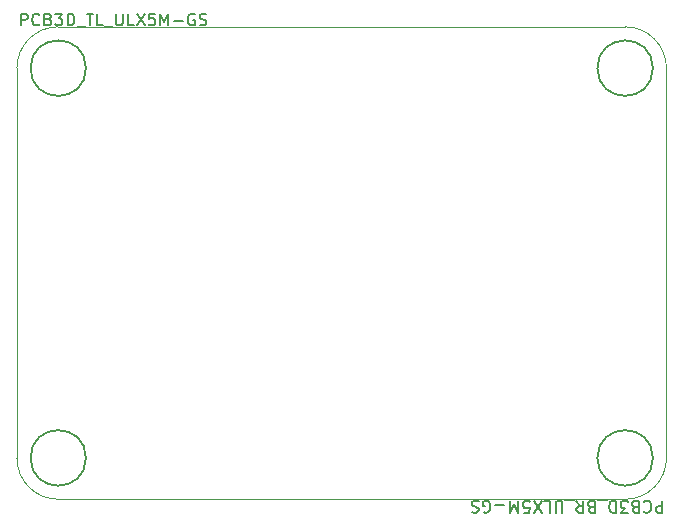
<source format=gbr>
G04 #@! TF.GenerationSoftware,KiCad,Pcbnew,9.0.2+dfsg-1*
G04 #@! TF.CreationDate,2025-11-26T16:26:47+01:00*
G04 #@! TF.ProjectId,ulx5m-gs,756c7835-6d2d-4677-932e-6b696361645f,rev?*
G04 #@! TF.SameCoordinates,Original*
G04 #@! TF.FileFunction,Other,Comment*
%FSLAX46Y46*%
G04 Gerber Fmt 4.6, Leading zero omitted, Abs format (unit mm)*
G04 Created by KiCad (PCBNEW 9.0.2+dfsg-1) date 2025-11-26 16:26:47*
%MOMM*%
%LPD*%
G01*
G04 APERTURE LIST*
%ADD10C,0.150000*%
G04 #@! TA.AperFunction,Profile*
%ADD11C,0.100000*%
G04 #@! TD*
G04 APERTURE END LIST*
D10*
X113873220Y-97610180D02*
X113873220Y-98610180D01*
X113873220Y-98610180D02*
X113492268Y-98610180D01*
X113492268Y-98610180D02*
X113397030Y-98562561D01*
X113397030Y-98562561D02*
X113349411Y-98514942D01*
X113349411Y-98514942D02*
X113301792Y-98419704D01*
X113301792Y-98419704D02*
X113301792Y-98276847D01*
X113301792Y-98276847D02*
X113349411Y-98181609D01*
X113349411Y-98181609D02*
X113397030Y-98133990D01*
X113397030Y-98133990D02*
X113492268Y-98086371D01*
X113492268Y-98086371D02*
X113873220Y-98086371D01*
X112301792Y-97705419D02*
X112349411Y-97657800D01*
X112349411Y-97657800D02*
X112492268Y-97610180D01*
X112492268Y-97610180D02*
X112587506Y-97610180D01*
X112587506Y-97610180D02*
X112730363Y-97657800D01*
X112730363Y-97657800D02*
X112825601Y-97753038D01*
X112825601Y-97753038D02*
X112873220Y-97848276D01*
X112873220Y-97848276D02*
X112920839Y-98038752D01*
X112920839Y-98038752D02*
X112920839Y-98181609D01*
X112920839Y-98181609D02*
X112873220Y-98372085D01*
X112873220Y-98372085D02*
X112825601Y-98467323D01*
X112825601Y-98467323D02*
X112730363Y-98562561D01*
X112730363Y-98562561D02*
X112587506Y-98610180D01*
X112587506Y-98610180D02*
X112492268Y-98610180D01*
X112492268Y-98610180D02*
X112349411Y-98562561D01*
X112349411Y-98562561D02*
X112301792Y-98514942D01*
X111539887Y-98133990D02*
X111397030Y-98086371D01*
X111397030Y-98086371D02*
X111349411Y-98038752D01*
X111349411Y-98038752D02*
X111301792Y-97943514D01*
X111301792Y-97943514D02*
X111301792Y-97800657D01*
X111301792Y-97800657D02*
X111349411Y-97705419D01*
X111349411Y-97705419D02*
X111397030Y-97657800D01*
X111397030Y-97657800D02*
X111492268Y-97610180D01*
X111492268Y-97610180D02*
X111873220Y-97610180D01*
X111873220Y-97610180D02*
X111873220Y-98610180D01*
X111873220Y-98610180D02*
X111539887Y-98610180D01*
X111539887Y-98610180D02*
X111444649Y-98562561D01*
X111444649Y-98562561D02*
X111397030Y-98514942D01*
X111397030Y-98514942D02*
X111349411Y-98419704D01*
X111349411Y-98419704D02*
X111349411Y-98324466D01*
X111349411Y-98324466D02*
X111397030Y-98229228D01*
X111397030Y-98229228D02*
X111444649Y-98181609D01*
X111444649Y-98181609D02*
X111539887Y-98133990D01*
X111539887Y-98133990D02*
X111873220Y-98133990D01*
X110968458Y-98610180D02*
X110349411Y-98610180D01*
X110349411Y-98610180D02*
X110682744Y-98229228D01*
X110682744Y-98229228D02*
X110539887Y-98229228D01*
X110539887Y-98229228D02*
X110444649Y-98181609D01*
X110444649Y-98181609D02*
X110397030Y-98133990D01*
X110397030Y-98133990D02*
X110349411Y-98038752D01*
X110349411Y-98038752D02*
X110349411Y-97800657D01*
X110349411Y-97800657D02*
X110397030Y-97705419D01*
X110397030Y-97705419D02*
X110444649Y-97657800D01*
X110444649Y-97657800D02*
X110539887Y-97610180D01*
X110539887Y-97610180D02*
X110825601Y-97610180D01*
X110825601Y-97610180D02*
X110920839Y-97657800D01*
X110920839Y-97657800D02*
X110968458Y-97705419D01*
X109920839Y-97610180D02*
X109920839Y-98610180D01*
X109920839Y-98610180D02*
X109682744Y-98610180D01*
X109682744Y-98610180D02*
X109539887Y-98562561D01*
X109539887Y-98562561D02*
X109444649Y-98467323D01*
X109444649Y-98467323D02*
X109397030Y-98372085D01*
X109397030Y-98372085D02*
X109349411Y-98181609D01*
X109349411Y-98181609D02*
X109349411Y-98038752D01*
X109349411Y-98038752D02*
X109397030Y-97848276D01*
X109397030Y-97848276D02*
X109444649Y-97753038D01*
X109444649Y-97753038D02*
X109539887Y-97657800D01*
X109539887Y-97657800D02*
X109682744Y-97610180D01*
X109682744Y-97610180D02*
X109920839Y-97610180D01*
X109158935Y-97514942D02*
X108397030Y-97514942D01*
X107825601Y-98133990D02*
X107682744Y-98086371D01*
X107682744Y-98086371D02*
X107635125Y-98038752D01*
X107635125Y-98038752D02*
X107587506Y-97943514D01*
X107587506Y-97943514D02*
X107587506Y-97800657D01*
X107587506Y-97800657D02*
X107635125Y-97705419D01*
X107635125Y-97705419D02*
X107682744Y-97657800D01*
X107682744Y-97657800D02*
X107777982Y-97610180D01*
X107777982Y-97610180D02*
X108158934Y-97610180D01*
X108158934Y-97610180D02*
X108158934Y-98610180D01*
X108158934Y-98610180D02*
X107825601Y-98610180D01*
X107825601Y-98610180D02*
X107730363Y-98562561D01*
X107730363Y-98562561D02*
X107682744Y-98514942D01*
X107682744Y-98514942D02*
X107635125Y-98419704D01*
X107635125Y-98419704D02*
X107635125Y-98324466D01*
X107635125Y-98324466D02*
X107682744Y-98229228D01*
X107682744Y-98229228D02*
X107730363Y-98181609D01*
X107730363Y-98181609D02*
X107825601Y-98133990D01*
X107825601Y-98133990D02*
X108158934Y-98133990D01*
X106587506Y-97610180D02*
X106920839Y-98086371D01*
X107158934Y-97610180D02*
X107158934Y-98610180D01*
X107158934Y-98610180D02*
X106777982Y-98610180D01*
X106777982Y-98610180D02*
X106682744Y-98562561D01*
X106682744Y-98562561D02*
X106635125Y-98514942D01*
X106635125Y-98514942D02*
X106587506Y-98419704D01*
X106587506Y-98419704D02*
X106587506Y-98276847D01*
X106587506Y-98276847D02*
X106635125Y-98181609D01*
X106635125Y-98181609D02*
X106682744Y-98133990D01*
X106682744Y-98133990D02*
X106777982Y-98086371D01*
X106777982Y-98086371D02*
X107158934Y-98086371D01*
X106397030Y-97514942D02*
X105635125Y-97514942D01*
X105397029Y-98610180D02*
X105397029Y-97800657D01*
X105397029Y-97800657D02*
X105349410Y-97705419D01*
X105349410Y-97705419D02*
X105301791Y-97657800D01*
X105301791Y-97657800D02*
X105206553Y-97610180D01*
X105206553Y-97610180D02*
X105016077Y-97610180D01*
X105016077Y-97610180D02*
X104920839Y-97657800D01*
X104920839Y-97657800D02*
X104873220Y-97705419D01*
X104873220Y-97705419D02*
X104825601Y-97800657D01*
X104825601Y-97800657D02*
X104825601Y-98610180D01*
X103873220Y-97610180D02*
X104349410Y-97610180D01*
X104349410Y-97610180D02*
X104349410Y-98610180D01*
X103635124Y-98610180D02*
X102968458Y-97610180D01*
X102968458Y-98610180D02*
X103635124Y-97610180D01*
X102111315Y-98610180D02*
X102587505Y-98610180D01*
X102587505Y-98610180D02*
X102635124Y-98133990D01*
X102635124Y-98133990D02*
X102587505Y-98181609D01*
X102587505Y-98181609D02*
X102492267Y-98229228D01*
X102492267Y-98229228D02*
X102254172Y-98229228D01*
X102254172Y-98229228D02*
X102158934Y-98181609D01*
X102158934Y-98181609D02*
X102111315Y-98133990D01*
X102111315Y-98133990D02*
X102063696Y-98038752D01*
X102063696Y-98038752D02*
X102063696Y-97800657D01*
X102063696Y-97800657D02*
X102111315Y-97705419D01*
X102111315Y-97705419D02*
X102158934Y-97657800D01*
X102158934Y-97657800D02*
X102254172Y-97610180D01*
X102254172Y-97610180D02*
X102492267Y-97610180D01*
X102492267Y-97610180D02*
X102587505Y-97657800D01*
X102587505Y-97657800D02*
X102635124Y-97705419D01*
X101635124Y-97610180D02*
X101635124Y-98610180D01*
X101635124Y-98610180D02*
X101301791Y-97895895D01*
X101301791Y-97895895D02*
X100968458Y-98610180D01*
X100968458Y-98610180D02*
X100968458Y-97610180D01*
X100492267Y-97991133D02*
X99730363Y-97991133D01*
X98730363Y-98562561D02*
X98825601Y-98610180D01*
X98825601Y-98610180D02*
X98968458Y-98610180D01*
X98968458Y-98610180D02*
X99111315Y-98562561D01*
X99111315Y-98562561D02*
X99206553Y-98467323D01*
X99206553Y-98467323D02*
X99254172Y-98372085D01*
X99254172Y-98372085D02*
X99301791Y-98181609D01*
X99301791Y-98181609D02*
X99301791Y-98038752D01*
X99301791Y-98038752D02*
X99254172Y-97848276D01*
X99254172Y-97848276D02*
X99206553Y-97753038D01*
X99206553Y-97753038D02*
X99111315Y-97657800D01*
X99111315Y-97657800D02*
X98968458Y-97610180D01*
X98968458Y-97610180D02*
X98873220Y-97610180D01*
X98873220Y-97610180D02*
X98730363Y-97657800D01*
X98730363Y-97657800D02*
X98682744Y-97705419D01*
X98682744Y-97705419D02*
X98682744Y-98038752D01*
X98682744Y-98038752D02*
X98873220Y-98038752D01*
X98301791Y-97657800D02*
X98158934Y-97610180D01*
X98158934Y-97610180D02*
X97920839Y-97610180D01*
X97920839Y-97610180D02*
X97825601Y-97657800D01*
X97825601Y-97657800D02*
X97777982Y-97705419D01*
X97777982Y-97705419D02*
X97730363Y-97800657D01*
X97730363Y-97800657D02*
X97730363Y-97895895D01*
X97730363Y-97895895D02*
X97777982Y-97991133D01*
X97777982Y-97991133D02*
X97825601Y-98038752D01*
X97825601Y-98038752D02*
X97920839Y-98086371D01*
X97920839Y-98086371D02*
X98111315Y-98133990D01*
X98111315Y-98133990D02*
X98206553Y-98181609D01*
X98206553Y-98181609D02*
X98254172Y-98229228D01*
X98254172Y-98229228D02*
X98301791Y-98324466D01*
X98301791Y-98324466D02*
X98301791Y-98419704D01*
X98301791Y-98419704D02*
X98254172Y-98514942D01*
X98254172Y-98514942D02*
X98206553Y-98562561D01*
X98206553Y-98562561D02*
X98111315Y-98610180D01*
X98111315Y-98610180D02*
X97873220Y-98610180D01*
X97873220Y-98610180D02*
X97730363Y-98562561D01*
X59546779Y-57369819D02*
X59546779Y-56369819D01*
X59546779Y-56369819D02*
X59927731Y-56369819D01*
X59927731Y-56369819D02*
X60022969Y-56417438D01*
X60022969Y-56417438D02*
X60070588Y-56465057D01*
X60070588Y-56465057D02*
X60118207Y-56560295D01*
X60118207Y-56560295D02*
X60118207Y-56703152D01*
X60118207Y-56703152D02*
X60070588Y-56798390D01*
X60070588Y-56798390D02*
X60022969Y-56846009D01*
X60022969Y-56846009D02*
X59927731Y-56893628D01*
X59927731Y-56893628D02*
X59546779Y-56893628D01*
X61118207Y-57274580D02*
X61070588Y-57322200D01*
X61070588Y-57322200D02*
X60927731Y-57369819D01*
X60927731Y-57369819D02*
X60832493Y-57369819D01*
X60832493Y-57369819D02*
X60689636Y-57322200D01*
X60689636Y-57322200D02*
X60594398Y-57226961D01*
X60594398Y-57226961D02*
X60546779Y-57131723D01*
X60546779Y-57131723D02*
X60499160Y-56941247D01*
X60499160Y-56941247D02*
X60499160Y-56798390D01*
X60499160Y-56798390D02*
X60546779Y-56607914D01*
X60546779Y-56607914D02*
X60594398Y-56512676D01*
X60594398Y-56512676D02*
X60689636Y-56417438D01*
X60689636Y-56417438D02*
X60832493Y-56369819D01*
X60832493Y-56369819D02*
X60927731Y-56369819D01*
X60927731Y-56369819D02*
X61070588Y-56417438D01*
X61070588Y-56417438D02*
X61118207Y-56465057D01*
X61880112Y-56846009D02*
X62022969Y-56893628D01*
X62022969Y-56893628D02*
X62070588Y-56941247D01*
X62070588Y-56941247D02*
X62118207Y-57036485D01*
X62118207Y-57036485D02*
X62118207Y-57179342D01*
X62118207Y-57179342D02*
X62070588Y-57274580D01*
X62070588Y-57274580D02*
X62022969Y-57322200D01*
X62022969Y-57322200D02*
X61927731Y-57369819D01*
X61927731Y-57369819D02*
X61546779Y-57369819D01*
X61546779Y-57369819D02*
X61546779Y-56369819D01*
X61546779Y-56369819D02*
X61880112Y-56369819D01*
X61880112Y-56369819D02*
X61975350Y-56417438D01*
X61975350Y-56417438D02*
X62022969Y-56465057D01*
X62022969Y-56465057D02*
X62070588Y-56560295D01*
X62070588Y-56560295D02*
X62070588Y-56655533D01*
X62070588Y-56655533D02*
X62022969Y-56750771D01*
X62022969Y-56750771D02*
X61975350Y-56798390D01*
X61975350Y-56798390D02*
X61880112Y-56846009D01*
X61880112Y-56846009D02*
X61546779Y-56846009D01*
X62451541Y-56369819D02*
X63070588Y-56369819D01*
X63070588Y-56369819D02*
X62737255Y-56750771D01*
X62737255Y-56750771D02*
X62880112Y-56750771D01*
X62880112Y-56750771D02*
X62975350Y-56798390D01*
X62975350Y-56798390D02*
X63022969Y-56846009D01*
X63022969Y-56846009D02*
X63070588Y-56941247D01*
X63070588Y-56941247D02*
X63070588Y-57179342D01*
X63070588Y-57179342D02*
X63022969Y-57274580D01*
X63022969Y-57274580D02*
X62975350Y-57322200D01*
X62975350Y-57322200D02*
X62880112Y-57369819D01*
X62880112Y-57369819D02*
X62594398Y-57369819D01*
X62594398Y-57369819D02*
X62499160Y-57322200D01*
X62499160Y-57322200D02*
X62451541Y-57274580D01*
X63499160Y-57369819D02*
X63499160Y-56369819D01*
X63499160Y-56369819D02*
X63737255Y-56369819D01*
X63737255Y-56369819D02*
X63880112Y-56417438D01*
X63880112Y-56417438D02*
X63975350Y-56512676D01*
X63975350Y-56512676D02*
X64022969Y-56607914D01*
X64022969Y-56607914D02*
X64070588Y-56798390D01*
X64070588Y-56798390D02*
X64070588Y-56941247D01*
X64070588Y-56941247D02*
X64022969Y-57131723D01*
X64022969Y-57131723D02*
X63975350Y-57226961D01*
X63975350Y-57226961D02*
X63880112Y-57322200D01*
X63880112Y-57322200D02*
X63737255Y-57369819D01*
X63737255Y-57369819D02*
X63499160Y-57369819D01*
X64261065Y-57465057D02*
X65022969Y-57465057D01*
X65118208Y-56369819D02*
X65689636Y-56369819D01*
X65403922Y-57369819D02*
X65403922Y-56369819D01*
X66499160Y-57369819D02*
X66022970Y-57369819D01*
X66022970Y-57369819D02*
X66022970Y-56369819D01*
X66594399Y-57465057D02*
X67356303Y-57465057D01*
X67594399Y-56369819D02*
X67594399Y-57179342D01*
X67594399Y-57179342D02*
X67642018Y-57274580D01*
X67642018Y-57274580D02*
X67689637Y-57322200D01*
X67689637Y-57322200D02*
X67784875Y-57369819D01*
X67784875Y-57369819D02*
X67975351Y-57369819D01*
X67975351Y-57369819D02*
X68070589Y-57322200D01*
X68070589Y-57322200D02*
X68118208Y-57274580D01*
X68118208Y-57274580D02*
X68165827Y-57179342D01*
X68165827Y-57179342D02*
X68165827Y-56369819D01*
X69118208Y-57369819D02*
X68642018Y-57369819D01*
X68642018Y-57369819D02*
X68642018Y-56369819D01*
X69356304Y-56369819D02*
X70022970Y-57369819D01*
X70022970Y-56369819D02*
X69356304Y-57369819D01*
X70880113Y-56369819D02*
X70403923Y-56369819D01*
X70403923Y-56369819D02*
X70356304Y-56846009D01*
X70356304Y-56846009D02*
X70403923Y-56798390D01*
X70403923Y-56798390D02*
X70499161Y-56750771D01*
X70499161Y-56750771D02*
X70737256Y-56750771D01*
X70737256Y-56750771D02*
X70832494Y-56798390D01*
X70832494Y-56798390D02*
X70880113Y-56846009D01*
X70880113Y-56846009D02*
X70927732Y-56941247D01*
X70927732Y-56941247D02*
X70927732Y-57179342D01*
X70927732Y-57179342D02*
X70880113Y-57274580D01*
X70880113Y-57274580D02*
X70832494Y-57322200D01*
X70832494Y-57322200D02*
X70737256Y-57369819D01*
X70737256Y-57369819D02*
X70499161Y-57369819D01*
X70499161Y-57369819D02*
X70403923Y-57322200D01*
X70403923Y-57322200D02*
X70356304Y-57274580D01*
X71356304Y-57369819D02*
X71356304Y-56369819D01*
X71356304Y-56369819D02*
X71689637Y-57084104D01*
X71689637Y-57084104D02*
X72022970Y-56369819D01*
X72022970Y-56369819D02*
X72022970Y-57369819D01*
X72499161Y-56988866D02*
X73261066Y-56988866D01*
X74261065Y-56417438D02*
X74165827Y-56369819D01*
X74165827Y-56369819D02*
X74022970Y-56369819D01*
X74022970Y-56369819D02*
X73880113Y-56417438D01*
X73880113Y-56417438D02*
X73784875Y-56512676D01*
X73784875Y-56512676D02*
X73737256Y-56607914D01*
X73737256Y-56607914D02*
X73689637Y-56798390D01*
X73689637Y-56798390D02*
X73689637Y-56941247D01*
X73689637Y-56941247D02*
X73737256Y-57131723D01*
X73737256Y-57131723D02*
X73784875Y-57226961D01*
X73784875Y-57226961D02*
X73880113Y-57322200D01*
X73880113Y-57322200D02*
X74022970Y-57369819D01*
X74022970Y-57369819D02*
X74118208Y-57369819D01*
X74118208Y-57369819D02*
X74261065Y-57322200D01*
X74261065Y-57322200D02*
X74308684Y-57274580D01*
X74308684Y-57274580D02*
X74308684Y-56941247D01*
X74308684Y-56941247D02*
X74118208Y-56941247D01*
X74689637Y-57322200D02*
X74832494Y-57369819D01*
X74832494Y-57369819D02*
X75070589Y-57369819D01*
X75070589Y-57369819D02*
X75165827Y-57322200D01*
X75165827Y-57322200D02*
X75213446Y-57274580D01*
X75213446Y-57274580D02*
X75261065Y-57179342D01*
X75261065Y-57179342D02*
X75261065Y-57084104D01*
X75261065Y-57084104D02*
X75213446Y-56988866D01*
X75213446Y-56988866D02*
X75165827Y-56941247D01*
X75165827Y-56941247D02*
X75070589Y-56893628D01*
X75070589Y-56893628D02*
X74880113Y-56846009D01*
X74880113Y-56846009D02*
X74784875Y-56798390D01*
X74784875Y-56798390D02*
X74737256Y-56750771D01*
X74737256Y-56750771D02*
X74689637Y-56655533D01*
X74689637Y-56655533D02*
X74689637Y-56560295D01*
X74689637Y-56560295D02*
X74737256Y-56465057D01*
X74737256Y-56465057D02*
X74784875Y-56417438D01*
X74784875Y-56417438D02*
X74880113Y-56369819D01*
X74880113Y-56369819D02*
X75118208Y-56369819D01*
X75118208Y-56369819D02*
X75261065Y-56417438D01*
X65060000Y-93980000D02*
G75*
G02*
X60360000Y-93980000I-2350000J0D01*
G01*
X60360000Y-93980000D02*
G75*
G02*
X65060000Y-93980000I2350000J0D01*
G01*
X113060000Y-60980000D02*
G75*
G02*
X108360000Y-60980000I-2350000J0D01*
G01*
X108360000Y-60980000D02*
G75*
G02*
X113060000Y-60980000I2350000J0D01*
G01*
X113060000Y-93980000D02*
G75*
G02*
X108360000Y-93980000I-2350000J0D01*
G01*
X108360000Y-93980000D02*
G75*
G02*
X113060000Y-93980000I2350000J0D01*
G01*
X65060000Y-60980000D02*
G75*
G02*
X60360000Y-60980000I-2350000J0D01*
G01*
X60360000Y-60980000D02*
G75*
G02*
X65060000Y-60980000I2350000J0D01*
G01*
D11*
X62710000Y-57480000D02*
X110710000Y-57480000D01*
X62710000Y-97480000D02*
X110710000Y-97480000D01*
X114210000Y-93980000D02*
G75*
G02*
X110710000Y-97480000I-3500000J0D01*
G01*
X110710000Y-57480000D02*
G75*
G02*
X114210000Y-60980000I0J-3500000D01*
G01*
X114210000Y-93980000D02*
X114210000Y-60980000D01*
X59210000Y-60980000D02*
G75*
G02*
X62710000Y-57480000I3500000J0D01*
G01*
X62710000Y-97480000D02*
G75*
G02*
X59210000Y-93980000I0J3500000D01*
G01*
X59210000Y-60980000D02*
X59210000Y-93980000D01*
M02*

</source>
